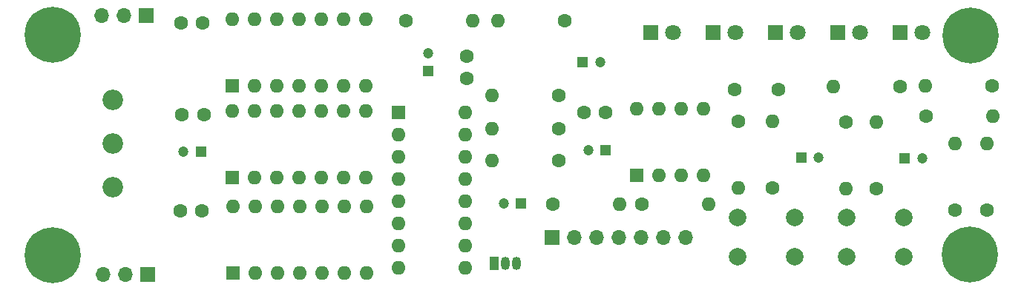
<source format=gts>
G04 #@! TF.GenerationSoftware,KiCad,Pcbnew,(5.1.9-0-10_14)*
G04 #@! TF.CreationDate,2021-06-10T12:36:41+02:00*
G04 #@! TF.ProjectId,Clock,436c6f63-6b2e-46b6-9963-61645f706362,rev?*
G04 #@! TF.SameCoordinates,Original*
G04 #@! TF.FileFunction,Soldermask,Top*
G04 #@! TF.FilePolarity,Negative*
%FSLAX46Y46*%
G04 Gerber Fmt 4.6, Leading zero omitted, Abs format (unit mm)*
G04 Created by KiCad (PCBNEW (5.1.9-0-10_14)) date 2021-06-10 12:36:41*
%MOMM*%
%LPD*%
G01*
G04 APERTURE LIST*
%ADD10C,2.340000*%
%ADD11O,1.700000X1.700000*%
%ADD12R,1.700000X1.700000*%
%ADD13O,1.600000X1.600000*%
%ADD14R,1.600000X1.600000*%
%ADD15C,2.000000*%
%ADD16C,1.600000*%
%ADD17C,6.400000*%
%ADD18C,1.800000*%
%ADD19R,1.800000X1.800000*%
%ADD20C,1.200000*%
%ADD21R,1.200000X1.200000*%
%ADD22R,1.050000X1.500000*%
%ADD23O,1.050000X1.500000*%
G04 APERTURE END LIST*
D10*
X117260000Y-133650000D03*
X117260000Y-128650000D03*
X117260000Y-123650000D03*
D11*
X182575200Y-139369800D03*
X180035200Y-139369800D03*
X177495200Y-139369800D03*
X174955200Y-139369800D03*
X172415200Y-139369800D03*
X169875200Y-139369800D03*
D12*
X167335200Y-139369800D03*
D11*
X116150600Y-143599400D03*
X118690600Y-143599400D03*
D12*
X121230600Y-143599400D03*
X121083800Y-113976000D03*
D11*
X118543800Y-113976000D03*
X116003800Y-113976000D03*
D13*
X157429200Y-125044200D03*
X149809200Y-142824200D03*
X157429200Y-127584200D03*
X149809200Y-140284200D03*
X157429200Y-130124200D03*
X149809200Y-137744200D03*
X157429200Y-132664200D03*
X149809200Y-135204200D03*
X157429200Y-135204200D03*
X149809200Y-132664200D03*
X157429200Y-137744200D03*
X149809200Y-130124200D03*
X157429200Y-140284200D03*
X149809200Y-127584200D03*
X157429200Y-142824200D03*
D14*
X149809200Y-125044200D03*
D13*
X130911600Y-124891800D03*
X146151600Y-132511800D03*
X133451600Y-124891800D03*
X143611600Y-132511800D03*
X135991600Y-124891800D03*
X141071600Y-132511800D03*
X138531600Y-124891800D03*
X138531600Y-132511800D03*
X141071600Y-124891800D03*
X135991600Y-132511800D03*
X143611600Y-124891800D03*
X133451600Y-132511800D03*
X146151600Y-124891800D03*
D14*
X130911600Y-132511800D03*
D13*
X177038000Y-124688600D03*
X184658000Y-132308600D03*
X179578000Y-124688600D03*
X182118000Y-132308600D03*
X182118000Y-124688600D03*
X179578000Y-132308600D03*
X184658000Y-124688600D03*
D14*
X177038000Y-132308600D03*
D13*
X130937000Y-135839200D03*
X146177000Y-143459200D03*
X133477000Y-135839200D03*
X143637000Y-143459200D03*
X136017000Y-135839200D03*
X141097000Y-143459200D03*
X138557000Y-135839200D03*
X138557000Y-143459200D03*
X141097000Y-135839200D03*
X136017000Y-143459200D03*
X143637000Y-135839200D03*
X133477000Y-143459200D03*
X146177000Y-135839200D03*
D14*
X130937000Y-143459200D03*
D13*
X130911600Y-114401600D03*
X146151600Y-122021600D03*
X133451600Y-114401600D03*
X143611600Y-122021600D03*
X135991600Y-114401600D03*
X141071600Y-122021600D03*
X138531600Y-114401600D03*
X138531600Y-122021600D03*
X141071600Y-114401600D03*
X135991600Y-122021600D03*
X143611600Y-114401600D03*
X133451600Y-122021600D03*
X146151600Y-114401600D03*
D14*
X130911600Y-122021600D03*
D15*
X195018800Y-137058400D03*
X195018800Y-141558400D03*
X188518800Y-137058400D03*
X188518800Y-141558400D03*
X207515600Y-137083800D03*
X207515600Y-141583800D03*
X201015600Y-137083800D03*
X201015600Y-141583800D03*
D13*
X175082200Y-135610600D03*
D16*
X167462200Y-135610600D03*
D13*
X213360000Y-128600200D03*
D16*
X213360000Y-136220200D03*
D13*
X216966800Y-128625600D03*
D16*
X216966800Y-136245600D03*
D13*
X209981800Y-122021600D03*
D16*
X217601800Y-122021600D03*
D13*
X217627200Y-125476000D03*
D16*
X210007200Y-125476000D03*
D13*
X199466200Y-122123200D03*
D16*
X207086200Y-122123200D03*
D13*
X160528000Y-123139200D03*
D16*
X168148000Y-123139200D03*
D13*
X160477200Y-126974600D03*
D16*
X168097200Y-126974600D03*
D13*
X160502600Y-130606800D03*
D16*
X168122600Y-130606800D03*
D13*
X158267400Y-114604800D03*
D16*
X150647400Y-114604800D03*
D13*
X161163000Y-114554000D03*
D16*
X168783000Y-114554000D03*
D13*
X192481200Y-126060200D03*
D16*
X192481200Y-133680200D03*
D13*
X188595000Y-133705600D03*
D16*
X188595000Y-126085600D03*
D13*
X204393800Y-126212600D03*
D16*
X204393800Y-133832600D03*
D13*
X200914000Y-133807200D03*
D16*
X200914000Y-126187200D03*
D13*
X185242200Y-135610600D03*
D16*
X177622200Y-135610600D03*
D17*
X110354000Y-116205000D03*
X215061800Y-141325600D03*
X215087200Y-116255800D03*
X110354000Y-141401800D03*
D18*
X209575400Y-115925600D03*
D19*
X207035400Y-115925600D03*
D18*
X202463400Y-115925600D03*
D19*
X199923400Y-115925600D03*
D18*
X195351400Y-115925600D03*
D19*
X192811400Y-115925600D03*
D18*
X188239400Y-115925600D03*
D19*
X185699400Y-115925600D03*
D18*
X181127400Y-115925600D03*
D19*
X178587400Y-115925600D03*
D16*
X127518800Y-114808000D03*
X125018800Y-114808000D03*
X127417200Y-136296400D03*
X124917200Y-136296400D03*
X127620400Y-125349000D03*
X125120400Y-125349000D03*
X157607000Y-121143400D03*
X157607000Y-118643400D03*
X173467400Y-125095000D03*
X170967400Y-125095000D03*
D20*
X161830000Y-135458200D03*
D21*
X163830000Y-135458200D03*
D20*
X125279400Y-129590800D03*
D21*
X127279400Y-129590800D03*
D20*
X171482000Y-129387600D03*
D21*
X173482000Y-129387600D03*
D20*
X153212800Y-118294400D03*
D21*
X153212800Y-120294400D03*
D16*
X193214000Y-122428000D03*
X188214000Y-122428000D03*
D20*
X172865800Y-119303800D03*
D21*
X170865800Y-119303800D03*
D20*
X197789800Y-130276600D03*
D21*
X195789800Y-130276600D03*
D20*
X209619600Y-130352800D03*
D21*
X207619600Y-130352800D03*
D22*
X160782000Y-142316200D03*
D23*
X163322000Y-142316200D03*
X162052000Y-142316200D03*
M02*

</source>
